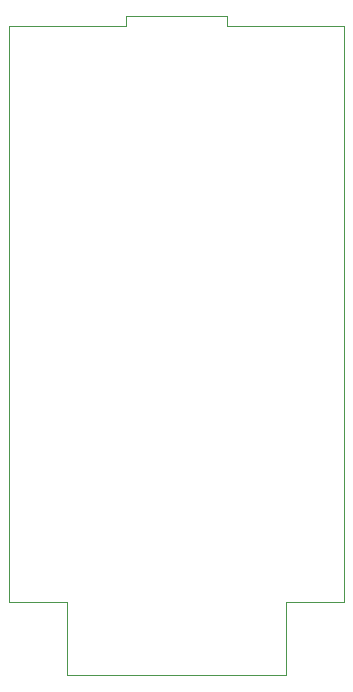
<source format=gbr>
%TF.GenerationSoftware,Altium Limited,Altium Designer,21.3.2 (30)*%
G04 Layer_Color=32768*
%FSLAX25Y25*%
%MOIN*%
%TF.SameCoordinates,C3D6B9D7-463A-470E-9858-FE52AE1E130A*%
%TF.FilePolarity,Positive*%
%TF.FileFunction,Other,Mechanical_15*%
%TF.Part,Single*%
G01*
G75*
%TA.AperFunction,NonConductor*%
%ADD52C,0.00197*%
D52*
X163906Y207976D02*
Y399945D01*
X52095Y207976D02*
Y399945D01*
Y207976D02*
X71583D01*
X144417D02*
X163906D01*
X144417Y183685D02*
Y207976D01*
X71583Y183685D02*
X144417D01*
X71583D02*
Y207976D01*
X125008Y399945D02*
X163906D01*
X125008D02*
Y403370D01*
X91031D02*
X125008D01*
X91031Y399945D02*
Y403370D01*
X52095Y399945D02*
X91031D01*
%TF.MD5,8cc02f540730b714e8f8cbbbbd7d0757*%
M02*

</source>
